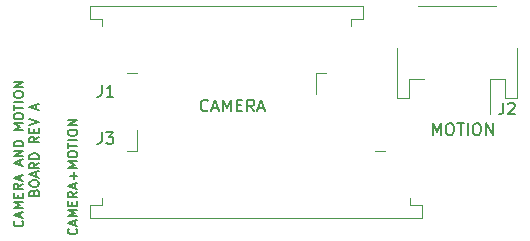
<source format=gbr>
G04 #@! TF.FileFunction,Legend,Top*
%FSLAX46Y46*%
G04 Gerber Fmt 4.6, Leading zero omitted, Abs format (unit mm)*
G04 Created by KiCad (PCBNEW 4.0.6) date 05/08/18 08:07:22*
%MOMM*%
%LPD*%
G01*
G04 APERTURE LIST*
%ADD10C,0.100000*%
%ADD11C,0.150000*%
%ADD12C,0.120000*%
G04 APERTURE END LIST*
D10*
D11*
X101935714Y-120192857D02*
X101973810Y-120230952D01*
X102011905Y-120345238D01*
X102011905Y-120421428D01*
X101973810Y-120535714D01*
X101897619Y-120611905D01*
X101821429Y-120650000D01*
X101669048Y-120688095D01*
X101554762Y-120688095D01*
X101402381Y-120650000D01*
X101326190Y-120611905D01*
X101250000Y-120535714D01*
X101211905Y-120421428D01*
X101211905Y-120345238D01*
X101250000Y-120230952D01*
X101288095Y-120192857D01*
X101783333Y-119888095D02*
X101783333Y-119507143D01*
X102011905Y-119964286D02*
X101211905Y-119697619D01*
X102011905Y-119430952D01*
X102011905Y-119164286D02*
X101211905Y-119164286D01*
X101783333Y-118897619D01*
X101211905Y-118630952D01*
X102011905Y-118630952D01*
X101592857Y-118250000D02*
X101592857Y-117983333D01*
X102011905Y-117869047D02*
X102011905Y-118250000D01*
X101211905Y-118250000D01*
X101211905Y-117869047D01*
X102011905Y-117069047D02*
X101630952Y-117335714D01*
X102011905Y-117526190D02*
X101211905Y-117526190D01*
X101211905Y-117221428D01*
X101250000Y-117145237D01*
X101288095Y-117107142D01*
X101364286Y-117069047D01*
X101478571Y-117069047D01*
X101554762Y-117107142D01*
X101592857Y-117145237D01*
X101630952Y-117221428D01*
X101630952Y-117526190D01*
X101783333Y-116764285D02*
X101783333Y-116383333D01*
X102011905Y-116840476D02*
X101211905Y-116573809D01*
X102011905Y-116307142D01*
X101783333Y-115469047D02*
X101783333Y-115088095D01*
X102011905Y-115545238D02*
X101211905Y-115278571D01*
X102011905Y-115011904D01*
X102011905Y-114745238D02*
X101211905Y-114745238D01*
X102011905Y-114288095D01*
X101211905Y-114288095D01*
X102011905Y-113907143D02*
X101211905Y-113907143D01*
X101211905Y-113716667D01*
X101250000Y-113602381D01*
X101326190Y-113526190D01*
X101402381Y-113488095D01*
X101554762Y-113450000D01*
X101669048Y-113450000D01*
X101821429Y-113488095D01*
X101897619Y-113526190D01*
X101973810Y-113602381D01*
X102011905Y-113716667D01*
X102011905Y-113907143D01*
X102011905Y-112497619D02*
X101211905Y-112497619D01*
X101783333Y-112230952D01*
X101211905Y-111964285D01*
X102011905Y-111964285D01*
X101211905Y-111430952D02*
X101211905Y-111278571D01*
X101250000Y-111202380D01*
X101326190Y-111126190D01*
X101478571Y-111088095D01*
X101745238Y-111088095D01*
X101897619Y-111126190D01*
X101973810Y-111202380D01*
X102011905Y-111278571D01*
X102011905Y-111430952D01*
X101973810Y-111507142D01*
X101897619Y-111583333D01*
X101745238Y-111621428D01*
X101478571Y-111621428D01*
X101326190Y-111583333D01*
X101250000Y-111507142D01*
X101211905Y-111430952D01*
X101211905Y-110859524D02*
X101211905Y-110402381D01*
X102011905Y-110630952D02*
X101211905Y-110630952D01*
X102011905Y-110135714D02*
X101211905Y-110135714D01*
X101211905Y-109602381D02*
X101211905Y-109450000D01*
X101250000Y-109373809D01*
X101326190Y-109297619D01*
X101478571Y-109259524D01*
X101745238Y-109259524D01*
X101897619Y-109297619D01*
X101973810Y-109373809D01*
X102011905Y-109450000D01*
X102011905Y-109602381D01*
X101973810Y-109678571D01*
X101897619Y-109754762D01*
X101745238Y-109792857D01*
X101478571Y-109792857D01*
X101326190Y-109754762D01*
X101250000Y-109678571D01*
X101211905Y-109602381D01*
X102011905Y-108916667D02*
X101211905Y-108916667D01*
X102011905Y-108459524D01*
X101211905Y-108459524D01*
X102942857Y-117811904D02*
X102980952Y-117697618D01*
X103019048Y-117659523D01*
X103095238Y-117621428D01*
X103209524Y-117621428D01*
X103285714Y-117659523D01*
X103323810Y-117697618D01*
X103361905Y-117773809D01*
X103361905Y-118078571D01*
X102561905Y-118078571D01*
X102561905Y-117811904D01*
X102600000Y-117735714D01*
X102638095Y-117697618D01*
X102714286Y-117659523D01*
X102790476Y-117659523D01*
X102866667Y-117697618D01*
X102904762Y-117735714D01*
X102942857Y-117811904D01*
X102942857Y-118078571D01*
X102561905Y-117126190D02*
X102561905Y-116973809D01*
X102600000Y-116897618D01*
X102676190Y-116821428D01*
X102828571Y-116783333D01*
X103095238Y-116783333D01*
X103247619Y-116821428D01*
X103323810Y-116897618D01*
X103361905Y-116973809D01*
X103361905Y-117126190D01*
X103323810Y-117202380D01*
X103247619Y-117278571D01*
X103095238Y-117316666D01*
X102828571Y-117316666D01*
X102676190Y-117278571D01*
X102600000Y-117202380D01*
X102561905Y-117126190D01*
X103133333Y-116478571D02*
X103133333Y-116097619D01*
X103361905Y-116554762D02*
X102561905Y-116288095D01*
X103361905Y-116021428D01*
X103361905Y-115297619D02*
X102980952Y-115564286D01*
X103361905Y-115754762D02*
X102561905Y-115754762D01*
X102561905Y-115450000D01*
X102600000Y-115373809D01*
X102638095Y-115335714D01*
X102714286Y-115297619D01*
X102828571Y-115297619D01*
X102904762Y-115335714D01*
X102942857Y-115373809D01*
X102980952Y-115450000D01*
X102980952Y-115754762D01*
X103361905Y-114954762D02*
X102561905Y-114954762D01*
X102561905Y-114764286D01*
X102600000Y-114650000D01*
X102676190Y-114573809D01*
X102752381Y-114535714D01*
X102904762Y-114497619D01*
X103019048Y-114497619D01*
X103171429Y-114535714D01*
X103247619Y-114573809D01*
X103323810Y-114650000D01*
X103361905Y-114764286D01*
X103361905Y-114954762D01*
X103361905Y-113088095D02*
X102980952Y-113354762D01*
X103361905Y-113545238D02*
X102561905Y-113545238D01*
X102561905Y-113240476D01*
X102600000Y-113164285D01*
X102638095Y-113126190D01*
X102714286Y-113088095D01*
X102828571Y-113088095D01*
X102904762Y-113126190D01*
X102942857Y-113164285D01*
X102980952Y-113240476D01*
X102980952Y-113545238D01*
X102942857Y-112745238D02*
X102942857Y-112478571D01*
X103361905Y-112364285D02*
X103361905Y-112745238D01*
X102561905Y-112745238D01*
X102561905Y-112364285D01*
X102561905Y-112135714D02*
X103361905Y-111869047D01*
X102561905Y-111602380D01*
X103133333Y-110764285D02*
X103133333Y-110383333D01*
X103361905Y-110840476D02*
X102561905Y-110573809D01*
X103361905Y-110307142D01*
D12*
X108705000Y-103690000D02*
X108705000Y-103150000D01*
X108705000Y-103150000D02*
X107680000Y-103150000D01*
X107680000Y-103150000D02*
X107680000Y-102040000D01*
X107680000Y-102040000D02*
X130820000Y-102040000D01*
X130820000Y-102040000D02*
X130820000Y-103150000D01*
X130820000Y-103150000D02*
X129795000Y-103150000D01*
X129795000Y-103150000D02*
X129795000Y-103690000D01*
X127640000Y-107660000D02*
X126815000Y-107660000D01*
X126815000Y-107660000D02*
X126815000Y-109460000D01*
X111685000Y-107660000D02*
X110860000Y-107660000D01*
X141525000Y-108225000D02*
X142800000Y-108225000D01*
X142800000Y-108225000D02*
X142800000Y-109825000D01*
X142800000Y-109825000D02*
X143800000Y-109825000D01*
X143800000Y-109825000D02*
X143800000Y-105600000D01*
X133700000Y-105600000D02*
X133700000Y-109825000D01*
X133700000Y-109825000D02*
X134700000Y-109825000D01*
X134700000Y-109825000D02*
X134700000Y-108225000D01*
X134700000Y-108225000D02*
X135975000Y-108225000D01*
X142075000Y-102025000D02*
X135425000Y-102025000D01*
X141525000Y-108225000D02*
X141525000Y-111125000D01*
X134795000Y-118310000D02*
X134795000Y-118850000D01*
X134795000Y-118850000D02*
X135820000Y-118850000D01*
X135820000Y-118850000D02*
X135820000Y-119960000D01*
X135820000Y-119960000D02*
X107680000Y-119960000D01*
X107680000Y-119960000D02*
X107680000Y-118850000D01*
X107680000Y-118850000D02*
X108705000Y-118850000D01*
X108705000Y-118850000D02*
X108705000Y-118310000D01*
X110860000Y-114340000D02*
X111685000Y-114340000D01*
X111685000Y-114340000D02*
X111685000Y-112540000D01*
X131815000Y-114340000D02*
X132640000Y-114340000D01*
D11*
X108666667Y-108702381D02*
X108666667Y-109416667D01*
X108619047Y-109559524D01*
X108523809Y-109654762D01*
X108380952Y-109702381D01*
X108285714Y-109702381D01*
X109666667Y-109702381D02*
X109095238Y-109702381D01*
X109380952Y-109702381D02*
X109380952Y-108702381D01*
X109285714Y-108845238D01*
X109190476Y-108940476D01*
X109095238Y-108988095D01*
X117678572Y-110857143D02*
X117630953Y-110904762D01*
X117488096Y-110952381D01*
X117392858Y-110952381D01*
X117250000Y-110904762D01*
X117154762Y-110809524D01*
X117107143Y-110714286D01*
X117059524Y-110523810D01*
X117059524Y-110380952D01*
X117107143Y-110190476D01*
X117154762Y-110095238D01*
X117250000Y-110000000D01*
X117392858Y-109952381D01*
X117488096Y-109952381D01*
X117630953Y-110000000D01*
X117678572Y-110047619D01*
X118059524Y-110666667D02*
X118535715Y-110666667D01*
X117964286Y-110952381D02*
X118297619Y-109952381D01*
X118630953Y-110952381D01*
X118964286Y-110952381D02*
X118964286Y-109952381D01*
X119297620Y-110666667D01*
X119630953Y-109952381D01*
X119630953Y-110952381D01*
X120107143Y-110428571D02*
X120440477Y-110428571D01*
X120583334Y-110952381D02*
X120107143Y-110952381D01*
X120107143Y-109952381D01*
X120583334Y-109952381D01*
X121583334Y-110952381D02*
X121250000Y-110476190D01*
X121011905Y-110952381D02*
X121011905Y-109952381D01*
X121392858Y-109952381D01*
X121488096Y-110000000D01*
X121535715Y-110047619D01*
X121583334Y-110142857D01*
X121583334Y-110285714D01*
X121535715Y-110380952D01*
X121488096Y-110428571D01*
X121392858Y-110476190D01*
X121011905Y-110476190D01*
X121964286Y-110666667D02*
X122440477Y-110666667D01*
X121869048Y-110952381D02*
X122202381Y-109952381D01*
X122535715Y-110952381D01*
X142666667Y-110202381D02*
X142666667Y-110916667D01*
X142619047Y-111059524D01*
X142523809Y-111154762D01*
X142380952Y-111202381D01*
X142285714Y-111202381D01*
X143095238Y-110297619D02*
X143142857Y-110250000D01*
X143238095Y-110202381D01*
X143476191Y-110202381D01*
X143571429Y-110250000D01*
X143619048Y-110297619D01*
X143666667Y-110392857D01*
X143666667Y-110488095D01*
X143619048Y-110630952D01*
X143047619Y-111202381D01*
X143666667Y-111202381D01*
X136726191Y-112952381D02*
X136726191Y-111952381D01*
X137059525Y-112666667D01*
X137392858Y-111952381D01*
X137392858Y-112952381D01*
X138059524Y-111952381D02*
X138250001Y-111952381D01*
X138345239Y-112000000D01*
X138440477Y-112095238D01*
X138488096Y-112285714D01*
X138488096Y-112619048D01*
X138440477Y-112809524D01*
X138345239Y-112904762D01*
X138250001Y-112952381D01*
X138059524Y-112952381D01*
X137964286Y-112904762D01*
X137869048Y-112809524D01*
X137821429Y-112619048D01*
X137821429Y-112285714D01*
X137869048Y-112095238D01*
X137964286Y-112000000D01*
X138059524Y-111952381D01*
X138773810Y-111952381D02*
X139345239Y-111952381D01*
X139059524Y-112952381D02*
X139059524Y-111952381D01*
X139678572Y-112952381D02*
X139678572Y-111952381D01*
X140345238Y-111952381D02*
X140535715Y-111952381D01*
X140630953Y-112000000D01*
X140726191Y-112095238D01*
X140773810Y-112285714D01*
X140773810Y-112619048D01*
X140726191Y-112809524D01*
X140630953Y-112904762D01*
X140535715Y-112952381D01*
X140345238Y-112952381D01*
X140250000Y-112904762D01*
X140154762Y-112809524D01*
X140107143Y-112619048D01*
X140107143Y-112285714D01*
X140154762Y-112095238D01*
X140250000Y-112000000D01*
X140345238Y-111952381D01*
X141202381Y-112952381D02*
X141202381Y-111952381D01*
X141773810Y-112952381D01*
X141773810Y-111952381D01*
X108666667Y-112702381D02*
X108666667Y-113416667D01*
X108619047Y-113559524D01*
X108523809Y-113654762D01*
X108380952Y-113702381D01*
X108285714Y-113702381D01*
X109047619Y-112702381D02*
X109666667Y-112702381D01*
X109333333Y-113083333D01*
X109476191Y-113083333D01*
X109571429Y-113130952D01*
X109619048Y-113178571D01*
X109666667Y-113273810D01*
X109666667Y-113511905D01*
X109619048Y-113607143D01*
X109571429Y-113654762D01*
X109476191Y-113702381D01*
X109190476Y-113702381D01*
X109095238Y-113654762D01*
X109047619Y-113607143D01*
X106535714Y-120861904D02*
X106573810Y-120899999D01*
X106611905Y-121014285D01*
X106611905Y-121090475D01*
X106573810Y-121204761D01*
X106497619Y-121280952D01*
X106421429Y-121319047D01*
X106269048Y-121357142D01*
X106154762Y-121357142D01*
X106002381Y-121319047D01*
X105926190Y-121280952D01*
X105850000Y-121204761D01*
X105811905Y-121090475D01*
X105811905Y-121014285D01*
X105850000Y-120899999D01*
X105888095Y-120861904D01*
X106383333Y-120557142D02*
X106383333Y-120176190D01*
X106611905Y-120633333D02*
X105811905Y-120366666D01*
X106611905Y-120099999D01*
X106611905Y-119833333D02*
X105811905Y-119833333D01*
X106383333Y-119566666D01*
X105811905Y-119299999D01*
X106611905Y-119299999D01*
X106192857Y-118919047D02*
X106192857Y-118652380D01*
X106611905Y-118538094D02*
X106611905Y-118919047D01*
X105811905Y-118919047D01*
X105811905Y-118538094D01*
X106611905Y-117738094D02*
X106230952Y-118004761D01*
X106611905Y-118195237D02*
X105811905Y-118195237D01*
X105811905Y-117890475D01*
X105850000Y-117814284D01*
X105888095Y-117776189D01*
X105964286Y-117738094D01*
X106078571Y-117738094D01*
X106154762Y-117776189D01*
X106192857Y-117814284D01*
X106230952Y-117890475D01*
X106230952Y-118195237D01*
X106383333Y-117433332D02*
X106383333Y-117052380D01*
X106611905Y-117509523D02*
X105811905Y-117242856D01*
X106611905Y-116976189D01*
X106307143Y-116709523D02*
X106307143Y-116099999D01*
X106611905Y-116404761D02*
X106002381Y-116404761D01*
X106611905Y-115719047D02*
X105811905Y-115719047D01*
X106383333Y-115452380D01*
X105811905Y-115185713D01*
X106611905Y-115185713D01*
X105811905Y-114652380D02*
X105811905Y-114499999D01*
X105850000Y-114423808D01*
X105926190Y-114347618D01*
X106078571Y-114309523D01*
X106345238Y-114309523D01*
X106497619Y-114347618D01*
X106573810Y-114423808D01*
X106611905Y-114499999D01*
X106611905Y-114652380D01*
X106573810Y-114728570D01*
X106497619Y-114804761D01*
X106345238Y-114842856D01*
X106078571Y-114842856D01*
X105926190Y-114804761D01*
X105850000Y-114728570D01*
X105811905Y-114652380D01*
X105811905Y-114080952D02*
X105811905Y-113623809D01*
X106611905Y-113852380D02*
X105811905Y-113852380D01*
X106611905Y-113357142D02*
X105811905Y-113357142D01*
X105811905Y-112823809D02*
X105811905Y-112671428D01*
X105850000Y-112595237D01*
X105926190Y-112519047D01*
X106078571Y-112480952D01*
X106345238Y-112480952D01*
X106497619Y-112519047D01*
X106573810Y-112595237D01*
X106611905Y-112671428D01*
X106611905Y-112823809D01*
X106573810Y-112899999D01*
X106497619Y-112976190D01*
X106345238Y-113014285D01*
X106078571Y-113014285D01*
X105926190Y-112976190D01*
X105850000Y-112899999D01*
X105811905Y-112823809D01*
X106611905Y-112138095D02*
X105811905Y-112138095D01*
X106611905Y-111680952D01*
X105811905Y-111680952D01*
M02*

</source>
